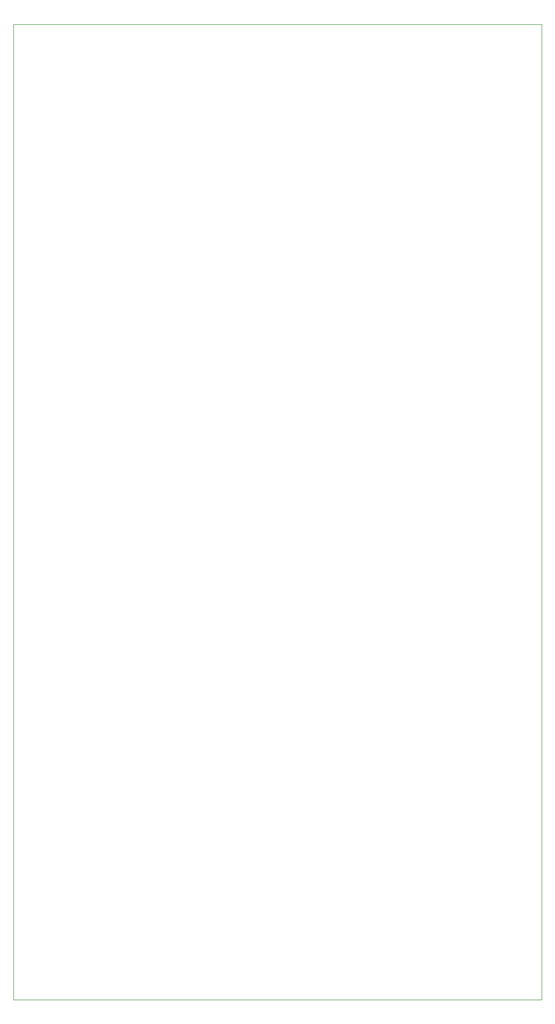
<source format=gbr>
%TF.GenerationSoftware,KiCad,Pcbnew,9.0.7*%
%TF.CreationDate,2026-01-29T13:55:36-08:00*%
%TF.ProjectId,regulator-PCB,72656775-6c61-4746-9f72-2d5043422e6b,rev?*%
%TF.SameCoordinates,Original*%
%TF.FileFunction,Profile,NP*%
%FSLAX46Y46*%
G04 Gerber Fmt 4.6, Leading zero omitted, Abs format (unit mm)*
G04 Created by KiCad (PCBNEW 9.0.7) date 2026-01-29 13:55:36*
%MOMM*%
%LPD*%
G01*
G04 APERTURE LIST*
%TA.AperFunction,Profile*%
%ADD10C,0.050000*%
%TD*%
G04 APERTURE END LIST*
D10*
X21870000Y-20248627D02*
X112130000Y-20248627D01*
X112130000Y-186600000D01*
X21870000Y-186600000D01*
X21870000Y-20248627D01*
M02*

</source>
